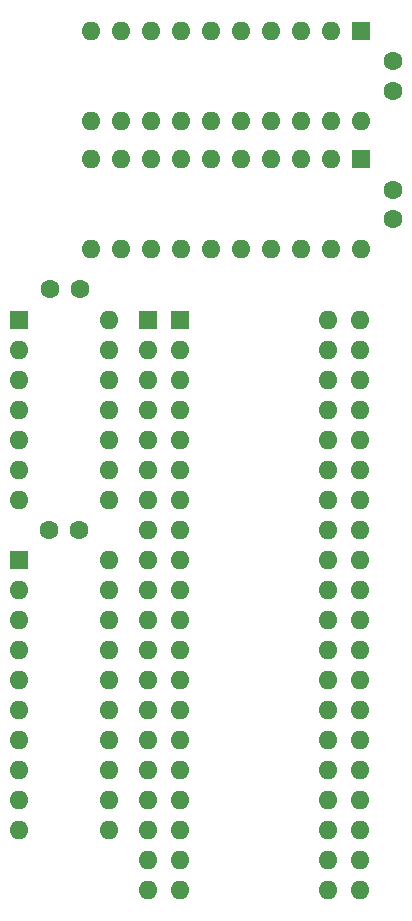
<source format=gbr>
%TF.GenerationSoftware,KiCad,Pcbnew,8.0.2*%
%TF.CreationDate,2024-05-20T19:48:17+02:00*%
%TF.ProjectId,MOS6566_Adapter,4d4f5336-3536-4365-9f41-646170746572,rev?*%
%TF.SameCoordinates,Original*%
%TF.FileFunction,Soldermask,Top*%
%TF.FilePolarity,Negative*%
%FSLAX46Y46*%
G04 Gerber Fmt 4.6, Leading zero omitted, Abs format (unit mm)*
G04 Created by KiCad (PCBNEW 8.0.2) date 2024-05-20 19:48:17*
%MOMM*%
%LPD*%
G01*
G04 APERTURE LIST*
%ADD10C,1.600000*%
%ADD11R,1.600000X1.600000*%
%ADD12O,1.600000X1.600000*%
G04 APERTURE END LIST*
D10*
%TO.C,C3*%
X107700000Y-52300000D03*
X110200000Y-52300000D03*
%TD*%
%TO.C,C1*%
X136700000Y-46400000D03*
X136700000Y-43900000D03*
%TD*%
%TO.C,C2*%
X136700000Y-35500000D03*
X136700000Y-33000000D03*
%TD*%
D11*
%TO.C,U3*%
X105100000Y-54880000D03*
D12*
X105100000Y-57420000D03*
X105100000Y-59960000D03*
X105100000Y-62500000D03*
X105100000Y-65040000D03*
X105100000Y-67580000D03*
X105100000Y-70120000D03*
X112720000Y-70120000D03*
X112720000Y-67580000D03*
X112720000Y-65040000D03*
X112720000Y-62500000D03*
X112720000Y-59960000D03*
X112720000Y-57420000D03*
X112720000Y-54880000D03*
%TD*%
D11*
%TO.C,U2*%
X116000000Y-54882000D03*
D12*
X116000000Y-57422000D03*
X116000000Y-59962000D03*
X116000000Y-62502000D03*
X116000000Y-65042000D03*
X116000000Y-67582000D03*
X116000000Y-70122000D03*
X116000000Y-72662000D03*
X116000000Y-75202000D03*
X116000000Y-77742000D03*
X116000000Y-80282000D03*
X116000000Y-82822000D03*
X116000000Y-85362000D03*
X116000000Y-87902000D03*
X116000000Y-90442000D03*
X116000000Y-92982000D03*
X116000000Y-95522000D03*
X116000000Y-98062000D03*
X116000000Y-100602000D03*
X116000000Y-103142000D03*
X131240000Y-103142000D03*
X131240000Y-100602000D03*
X131240000Y-98062000D03*
X131240000Y-95522000D03*
X131240000Y-92982000D03*
X131240000Y-90442000D03*
X131240000Y-87902000D03*
X131240000Y-85362000D03*
X131240000Y-82822000D03*
X131240000Y-80282000D03*
X131240000Y-77742000D03*
X131240000Y-75202000D03*
X131240000Y-72662000D03*
X131240000Y-70122000D03*
X131240000Y-67582000D03*
X131240000Y-65042000D03*
X131240000Y-62502000D03*
X131240000Y-59962000D03*
X131240000Y-57422000D03*
X131240000Y-54882000D03*
%TD*%
D11*
%TO.C,U6*%
X134011500Y-41280000D03*
D12*
X131471500Y-41280000D03*
X128931500Y-41280000D03*
X126391500Y-41280000D03*
X123851500Y-41280000D03*
X121311500Y-41280000D03*
X118771500Y-41280000D03*
X116231500Y-41280000D03*
X113691500Y-41280000D03*
X111151500Y-41280000D03*
X111151500Y-48900000D03*
X113691500Y-48900000D03*
X116231500Y-48900000D03*
X118771500Y-48900000D03*
X121311500Y-48900000D03*
X123851500Y-48900000D03*
X126391500Y-48900000D03*
X128931500Y-48900000D03*
X131471500Y-48900000D03*
X134011500Y-48900000D03*
%TD*%
D11*
%TO.C,U5*%
X105084000Y-75250000D03*
D12*
X105084000Y-77790000D03*
X105084000Y-80330000D03*
X105084000Y-82870000D03*
X105084000Y-85410000D03*
X105084000Y-87950000D03*
X105084000Y-90490000D03*
X105084000Y-93030000D03*
X105084000Y-95570000D03*
X105084000Y-98110000D03*
X112704000Y-98110000D03*
X112704000Y-95570000D03*
X112704000Y-93030000D03*
X112704000Y-90490000D03*
X112704000Y-87950000D03*
X112704000Y-85410000D03*
X112704000Y-82870000D03*
X112704000Y-80330000D03*
X112704000Y-77790000D03*
X112704000Y-75250000D03*
%TD*%
D11*
%TO.C,U1*%
X118660000Y-54882000D03*
D12*
X118660000Y-57422000D03*
X118660000Y-59962000D03*
X118660000Y-62502000D03*
X118660000Y-65042000D03*
X118660000Y-67582000D03*
X118660000Y-70122000D03*
X118660000Y-72662000D03*
X118660000Y-75202000D03*
X118660000Y-77742000D03*
X118660000Y-80282000D03*
X118660000Y-82822000D03*
X118660000Y-85362000D03*
X118660000Y-87902000D03*
X118660000Y-90442000D03*
X118660000Y-92982000D03*
X118660000Y-95522000D03*
X118660000Y-98062000D03*
X118660000Y-100602000D03*
X118660000Y-103142000D03*
X133900000Y-103142000D03*
X133900000Y-100602000D03*
X133900000Y-98062000D03*
X133900000Y-95522000D03*
X133900000Y-92982000D03*
X133900000Y-90442000D03*
X133900000Y-87902000D03*
X133900000Y-85362000D03*
X133900000Y-82822000D03*
X133900000Y-80282000D03*
X133900000Y-77742000D03*
X133900000Y-75202000D03*
X133900000Y-72662000D03*
X133900000Y-70122000D03*
X133900000Y-67582000D03*
X133900000Y-65042000D03*
X133900000Y-62502000D03*
X133900000Y-59962000D03*
X133900000Y-57422000D03*
X133900000Y-54882000D03*
%TD*%
D10*
%TO.C,C4*%
X107600000Y-72700000D03*
X110100000Y-72700000D03*
%TD*%
D11*
%TO.C,U4*%
X134007500Y-30430000D03*
D12*
X131467500Y-30430000D03*
X128927500Y-30430000D03*
X126387500Y-30430000D03*
X123847500Y-30430000D03*
X121307500Y-30430000D03*
X118767500Y-30430000D03*
X116227500Y-30430000D03*
X113687500Y-30430000D03*
X111147500Y-30430000D03*
X111147500Y-38050000D03*
X113687500Y-38050000D03*
X116227500Y-38050000D03*
X118767500Y-38050000D03*
X121307500Y-38050000D03*
X123847500Y-38050000D03*
X126387500Y-38050000D03*
X128927500Y-38050000D03*
X131467500Y-38050000D03*
X134007500Y-38050000D03*
%TD*%
M02*

</source>
